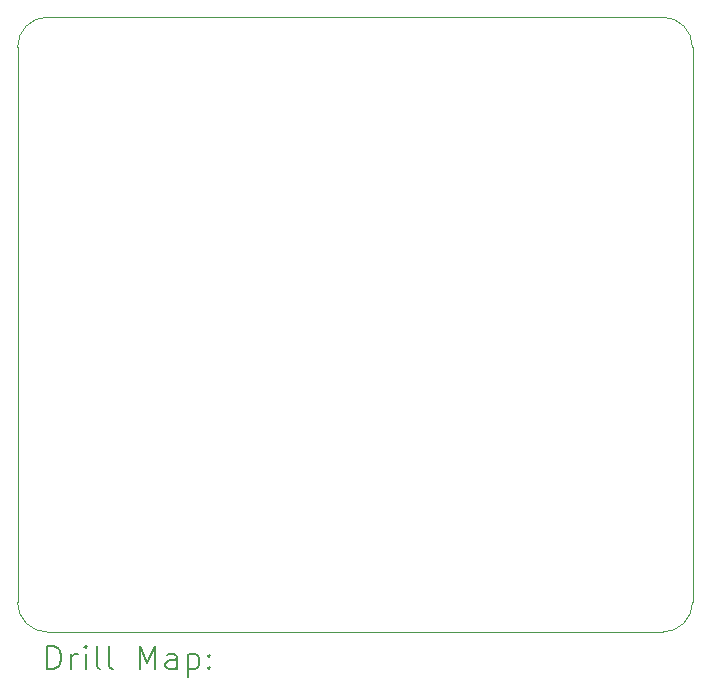
<source format=gbr>
%TF.GenerationSoftware,KiCad,Pcbnew,(6.0.7)*%
%TF.CreationDate,2024-08-27T11:09:28+08:00*%
%TF.ProjectId,KiCad_Esp32_LotNoDisplay,4b694361-645f-4457-9370-33325f4c6f74,rev?*%
%TF.SameCoordinates,Original*%
%TF.FileFunction,Drillmap*%
%TF.FilePolarity,Positive*%
%FSLAX45Y45*%
G04 Gerber Fmt 4.5, Leading zero omitted, Abs format (unit mm)*
G04 Created by KiCad (PCBNEW (6.0.7)) date 2024-08-27 11:09:28*
%MOMM*%
%LPD*%
G01*
G04 APERTURE LIST*
%ADD10C,0.100000*%
%ADD11C,0.200000*%
G04 APERTURE END LIST*
D10*
X2286000Y-2540000D02*
G75*
G03*
X2032000Y-2794000I0J-254000D01*
G01*
X2286000Y-2540000D02*
X7493000Y-2540000D01*
X7493000Y-7747000D02*
G75*
G03*
X7747000Y-7493000I0J254000D01*
G01*
X2032000Y-7493000D02*
G75*
G03*
X2286000Y-7747000I254000J0D01*
G01*
X7493000Y-7747000D02*
X2286000Y-7747000D01*
X2032000Y-7493000D02*
X2032000Y-2794000D01*
X7747000Y-2794000D02*
G75*
G03*
X7493000Y-2540000I-254000J0D01*
G01*
X7747000Y-2794000D02*
X7747000Y-7493000D01*
D11*
X2284619Y-8062476D02*
X2284619Y-7862476D01*
X2332238Y-7862476D01*
X2360810Y-7872000D01*
X2379857Y-7891048D01*
X2389381Y-7910095D01*
X2398905Y-7948190D01*
X2398905Y-7976762D01*
X2389381Y-8014857D01*
X2379857Y-8033905D01*
X2360810Y-8052952D01*
X2332238Y-8062476D01*
X2284619Y-8062476D01*
X2484619Y-8062476D02*
X2484619Y-7929143D01*
X2484619Y-7967238D02*
X2494143Y-7948190D01*
X2503667Y-7938667D01*
X2522714Y-7929143D01*
X2541762Y-7929143D01*
X2608429Y-8062476D02*
X2608429Y-7929143D01*
X2608429Y-7862476D02*
X2598905Y-7872000D01*
X2608429Y-7881524D01*
X2617952Y-7872000D01*
X2608429Y-7862476D01*
X2608429Y-7881524D01*
X2732238Y-8062476D02*
X2713190Y-8052952D01*
X2703667Y-8033905D01*
X2703667Y-7862476D01*
X2837000Y-8062476D02*
X2817952Y-8052952D01*
X2808428Y-8033905D01*
X2808428Y-7862476D01*
X3065571Y-8062476D02*
X3065571Y-7862476D01*
X3132238Y-8005333D01*
X3198905Y-7862476D01*
X3198905Y-8062476D01*
X3379857Y-8062476D02*
X3379857Y-7957714D01*
X3370333Y-7938667D01*
X3351286Y-7929143D01*
X3313190Y-7929143D01*
X3294143Y-7938667D01*
X3379857Y-8052952D02*
X3360809Y-8062476D01*
X3313190Y-8062476D01*
X3294143Y-8052952D01*
X3284619Y-8033905D01*
X3284619Y-8014857D01*
X3294143Y-7995809D01*
X3313190Y-7986286D01*
X3360809Y-7986286D01*
X3379857Y-7976762D01*
X3475095Y-7929143D02*
X3475095Y-8129143D01*
X3475095Y-7938667D02*
X3494143Y-7929143D01*
X3532238Y-7929143D01*
X3551286Y-7938667D01*
X3560809Y-7948190D01*
X3570333Y-7967238D01*
X3570333Y-8024381D01*
X3560809Y-8043428D01*
X3551286Y-8052952D01*
X3532238Y-8062476D01*
X3494143Y-8062476D01*
X3475095Y-8052952D01*
X3656048Y-8043428D02*
X3665571Y-8052952D01*
X3656048Y-8062476D01*
X3646524Y-8052952D01*
X3656048Y-8043428D01*
X3656048Y-8062476D01*
X3656048Y-7938667D02*
X3665571Y-7948190D01*
X3656048Y-7957714D01*
X3646524Y-7948190D01*
X3656048Y-7938667D01*
X3656048Y-7957714D01*
M02*

</source>
